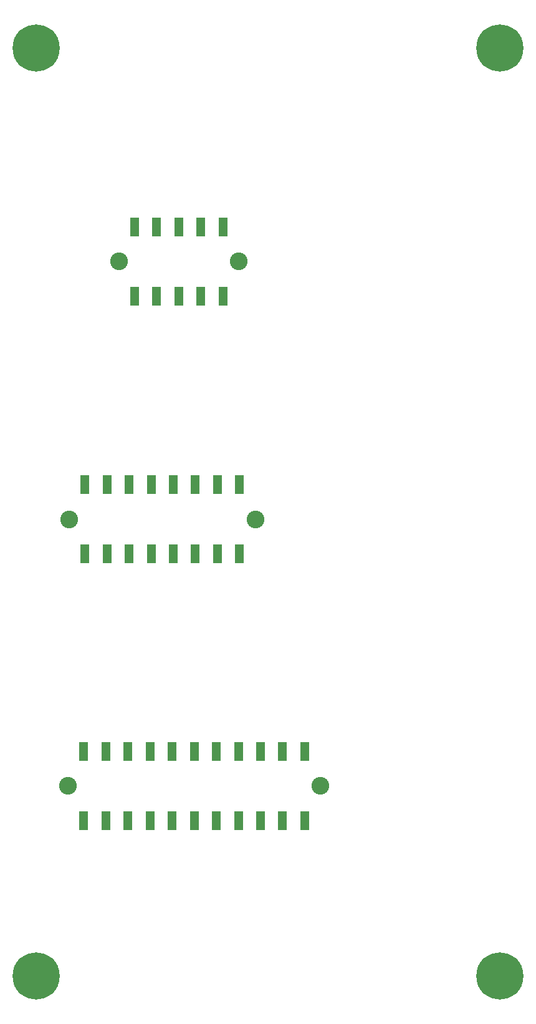
<source format=gbr>
%TF.GenerationSoftware,KiCad,Pcbnew,8.0.4*%
%TF.CreationDate,2024-07-29T20:22:16+09:30*%
%TF.ProjectId,2024_LED_Breakout_Board,32303234-5f4c-4454-945f-427265616b6f,rev?*%
%TF.SameCoordinates,Original*%
%TF.FileFunction,Soldermask,Bot*%
%TF.FilePolarity,Negative*%
%FSLAX46Y46*%
G04 Gerber Fmt 4.6, Leading zero omitted, Abs format (unit mm)*
G04 Created by KiCad (PCBNEW 8.0.4) date 2024-07-29 20:22:16*
%MOMM*%
%LPD*%
G01*
G04 APERTURE LIST*
%ADD10C,0.800000*%
%ADD11C,6.400000*%
%ADD12C,2.410000*%
%ADD13R,1.270000X2.540000*%
G04 APERTURE END LIST*
D10*
%TO.C,H3*%
X191200000Y-70000000D03*
X191902944Y-68302944D03*
X191902944Y-71697056D03*
X193600000Y-67600000D03*
D11*
X193600000Y-70000000D03*
D10*
X193600000Y-72400000D03*
X195297056Y-68302944D03*
X195297056Y-71697056D03*
X196000000Y-70000000D03*
%TD*%
%TO.C,H2*%
X128200000Y-196000000D03*
X128902944Y-194302944D03*
X128902944Y-197697056D03*
X130600000Y-193600000D03*
D11*
X130600000Y-196000000D03*
D10*
X130600000Y-198400000D03*
X132297056Y-194302944D03*
X132297056Y-197697056D03*
X133000000Y-196000000D03*
%TD*%
%TO.C,H4*%
X191200000Y-196000000D03*
X191902944Y-194302944D03*
X191902944Y-197697056D03*
X193600000Y-193600000D03*
D11*
X193600000Y-196000000D03*
D10*
X193600000Y-198400000D03*
X195297056Y-194302944D03*
X195297056Y-197697056D03*
X196000000Y-196000000D03*
%TD*%
%TO.C,H1*%
X128200000Y-70000000D03*
X128902944Y-68302944D03*
X128902944Y-71697056D03*
X130600000Y-67600000D03*
D11*
X130600000Y-70000000D03*
D10*
X130600000Y-72400000D03*
X132297056Y-68302944D03*
X132297056Y-71697056D03*
X133000000Y-70000000D03*
%TD*%
D12*
%TO.C,J2*%
X160350000Y-134000000D03*
X135050000Y-134000000D03*
D13*
X137200000Y-138700000D03*
X140200000Y-138700000D03*
X143200000Y-138700000D03*
X146200000Y-138700000D03*
X149200000Y-138700000D03*
X152200000Y-138700000D03*
X155200000Y-138700000D03*
X158200000Y-138700000D03*
X137200000Y-129300000D03*
X140200000Y-129300000D03*
X143200000Y-129300000D03*
X146200000Y-129300000D03*
X149200000Y-129300000D03*
X152200000Y-129300000D03*
X155200000Y-129300000D03*
X158200000Y-129300000D03*
%TD*%
D12*
%TO.C,J1*%
X158100000Y-99000000D03*
X141800000Y-99000000D03*
D13*
X143950000Y-103700000D03*
X146950000Y-103700000D03*
X149950000Y-103700000D03*
X152950000Y-103700000D03*
X155950000Y-103700000D03*
X143950000Y-94300000D03*
X146950000Y-94300000D03*
X149950000Y-94300000D03*
X152950000Y-94300000D03*
X155950000Y-94300000D03*
%TD*%
D12*
%TO.C,J3*%
X169200000Y-170200000D03*
X134900000Y-170200000D03*
D13*
X137050000Y-174900000D03*
X140050000Y-174900000D03*
X143050000Y-174900000D03*
X146050000Y-174900000D03*
X149050000Y-174900000D03*
X152050000Y-174900000D03*
X155050000Y-174900000D03*
X158050000Y-174900000D03*
X161050000Y-174900000D03*
X164050000Y-174900000D03*
X167050000Y-174900000D03*
X137050000Y-165500000D03*
X140050000Y-165500000D03*
X143050000Y-165500000D03*
X146050000Y-165500000D03*
X149050000Y-165500000D03*
X152050000Y-165500000D03*
X155050000Y-165500000D03*
X158050000Y-165500000D03*
X161050000Y-165500000D03*
X164050000Y-165500000D03*
X167050000Y-165500000D03*
%TD*%
M02*

</source>
